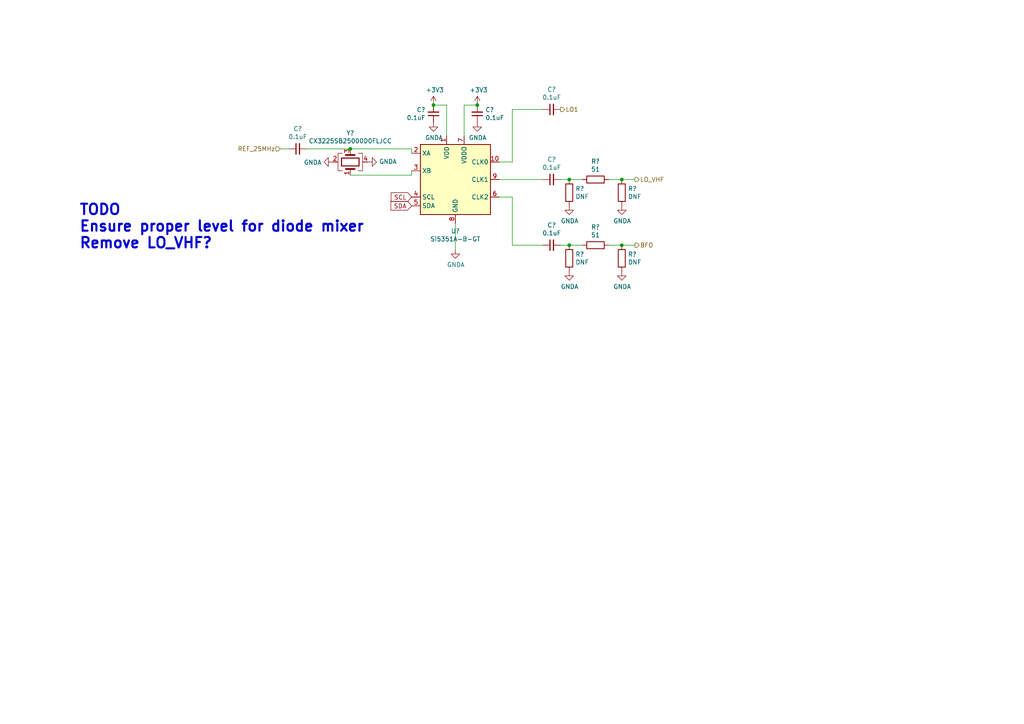
<source format=kicad_sch>
(kicad_sch (version 20211123) (generator eeschema)
  (paper "A4")
  (title_block (title "DART-70 TRX") (date "2023-01-08") (rev "0") (company "HB9EGM") (comment 1 "A 4m Band SSB/CW Transceiver"))
  (lib_symbols
    (symbol "Device:C_Small" (pin_numbers hide) (pin_names (offset 0.254) hide)
      (property "Reference" "C" (at 0.254 1.778 0))
      (property "Value" "C_Small" (at 0.254 -2.032 0))
      (symbol "C_Small_0_1"
        (polyline (pts (xy -1.524 -0.508) (xy 1.524 -0.508)) (stroke (width 0.3302)))
        (polyline (pts (xy -1.524 0.508) (xy 1.524 0.508)) (stroke (width 0.3048)))
      )
      (symbol "C_Small_1_1"
        (pin passive line (at 0 2.54 270) (length 2.032) (name "~") (number "1"))
        (pin passive line (at 0 -2.54 90) (length 2.032) (name "~") (number "2"))
      )
    )
    (symbol "Device:Crystal_GND24" (pin_names (offset 1.016) hide)
      (property "Reference" "Y" (at 3.175 5.08 0))
      (property "Value" "Crystal_GND24" (at 3.175 3.175 0))
      (symbol "Crystal_GND24_0_1"
        (rectangle (start -1.143 2.54) (end 1.143 -2.54) (stroke (width 0.3048)))
        (polyline (pts (xy -2.54 0) (xy -2.032 0)))
        (polyline (pts (xy -2.032 -1.27) (xy -2.032 1.27)) (stroke (width 0.508)))
        (polyline (pts (xy 0 -3.81) (xy 0 -3.556)))
        (polyline (pts (xy 0 3.556) (xy 0 3.81)))
        (polyline (pts (xy 2.032 -1.27) (xy 2.032 1.27)) (stroke (width 0.508)))
        (polyline (pts (xy 2.032 0) (xy 2.54 0)))
        (polyline (pts (xy -2.54 -2.286) (xy -2.54 -3.556) (xy 2.54 -3.556) (xy 2.54 -2.286)))
        (polyline (pts (xy -2.54 2.286) (xy -2.54 3.556) (xy 2.54 3.556) (xy 2.54 2.286)))
      )
      (symbol "Crystal_GND24_1_1"
        (pin passive line (at -3.81 0 0) (length 1.27) (name "1") (number "1"))
        (pin passive line (at 0 5.08 270) (length 1.27) (name "2") (number "2"))
        (pin passive line (at 3.81 0 180) (length 1.27) (name "3") (number "3"))
        (pin passive line (at 0 -5.08 90) (length 1.27) (name "4") (number "4"))
      )
    )
    (symbol "Device:R" (pin_numbers hide) (pin_names (offset 0))
      (property "Reference" "R" (at 2.032 0 90))
      (property "Value" "R" (at 0 0 90))
      (symbol "R_0_1"
        (rectangle (start -1.016 -2.54) (end 1.016 2.54) (stroke (width 0.254)))
      )
      (symbol "R_1_1"
        (pin passive line (at 0 3.81 270) (length 1.27) (name "~") (number "1"))
        (pin passive line (at 0 -3.81 90) (length 1.27) (name "~") (number "2"))
      )
    )
    (symbol "Oscillator:Si5351A-B-GT"
      (property "Reference" "U" (at -8.89 11.43 0))
      (property "Value" "Si5351A-B-GT" (at -12.7 -12.7 0))
      (symbol "Si5351A-B-GT_0_1"
        (rectangle (start -10.16 10.16) (end 10.16 -10.16) (stroke (width 0.254)) (fill (type background)))
      )
      (symbol "Si5351A-B-GT_1_1"
        (pin power_in line (at -2.54 12.7 270) (length 2.54) (name "VDD") (number "1"))
        (pin output line (at 12.7 5.08 180) (length 2.54) (name "CLK0") (number "10"))
        (pin input line (at -12.7 7.62 0) (length 2.54) (name "XA") (number "2"))
        (pin input line (at -12.7 2.54 0) (length 2.54) (name "XB") (number "3"))
        (pin input line (at -12.7 -5.08 0) (length 2.54) (name "SCL") (number "4"))
        (pin bidirectional line (at -12.7 -7.62 0) (length 2.54) (name "SDA") (number "5"))
        (pin output line (at 12.7 -5.08 180) (length 2.54) (name "CLK2") (number "6"))
        (pin power_in line (at 2.54 12.7 270) (length 2.54) (name "VDDO") (number "7"))
        (pin power_in line (at 0 -12.7 90) (length 2.54) (name "GND") (number "8"))
        (pin output line (at 12.7 0 180) (length 2.54) (name "CLK1") (number "9"))
      )
    )
    (symbol "power:+3.3V" (power) (pin_names (offset 0))
      (property "Value" "+3.3V" (at 0 3.556 0))
      (symbol "+3.3V_0_1"
        (polyline (pts (xy -0.762 1.27) (xy 0 2.54)))
        (polyline (pts (xy 0 0) (xy 0 2.54)))
        (polyline (pts (xy 0 2.54) (xy 0.762 1.27)))
      )
      (symbol "+3.3V_1_1"
        (pin power_in line (at 0 0 90) (length 0) hide (name "+3V3") (number "1"))
      )
    )
    (symbol "power:GNDA" (power) (pin_names (offset 0))
      (property "Value" "GNDA" (at 0 -3.81 0))
      (symbol "GNDA_0_1"
        (polyline (pts (xy 0 0) (xy 0 -1.27) (xy 1.27 -1.27) (xy 0 -2.54) (xy -1.27 -1.27) (xy 0 -1.27)))
      )
      (symbol "GNDA_1_1"
        (pin power_in line (at 0 0 270) (length 0) hide (name "GNDA") (number "1"))
      )
    )
  )
  (junction (at 138.43 30.48))
  (junction (at 101.6 43.18))
  (junction (at 165.1 71.12))
  (junction (at 180.34 52.07))
  (junction (at 180.34 71.12))
  (junction (at 125.73 30.48))
  (junction (at 165.1 52.07))
  (wire (pts (xy 148.59 46.99) (xy 144.78 46.99)))
  (wire (pts (xy 101.6 50.8) (xy 119.38 50.8)))
  (wire (pts (xy 83.82 43.18) (xy 81.28 43.18)))
  (wire (pts (xy 132.08 64.77) (xy 132.08 72.39)))
  (wire (pts (xy 148.59 57.15) (xy 144.78 57.15)))
  (wire (pts (xy 101.6 43.18) (xy 119.38 43.18)))
  (wire (pts (xy 168.91 52.07) (xy 165.1 52.07)))
  (wire (pts (xy 180.34 52.07) (xy 176.53 52.07)))
  (wire (pts (xy 119.38 50.8) (xy 119.38 49.53)))
  (wire (pts (xy 129.54 30.48) (xy 129.54 39.37)))
  (wire (pts (xy 180.34 71.12) (xy 176.53 71.12)))
  (wire (pts (xy 138.43 30.48) (xy 134.62 30.48)))
  (wire (pts (xy 184.15 71.12) (xy 180.34 71.12)))
  (wire (pts (xy 125.73 30.48) (xy 129.54 30.48)))
  (wire (pts (xy 184.15 52.07) (xy 180.34 52.07)))
  (wire (pts (xy 157.48 71.12) (xy 148.59 71.12)))
  (wire (pts (xy 148.59 71.12) (xy 148.59 57.15)))
  (wire (pts (xy 134.62 30.48) (xy 134.62 39.37)))
  (wire (pts (xy 168.91 71.12) (xy 165.1 71.12)))
  (wire (pts (xy 162.56 71.12) (xy 165.1 71.12)))
  (wire (pts (xy 165.1 52.07) (xy 162.56 52.07)))
  (wire (pts (xy 148.59 31.75) (xy 148.59 46.99)))
  (wire (pts (xy 144.78 52.07) (xy 157.48 52.07)))
  (wire (pts (xy 88.9 43.18) (xy 101.6 43.18)))
  (wire (pts (xy 157.48 31.75) (xy 148.59 31.75)))
  (wire (pts (xy 119.38 43.18) (xy 119.38 44.45)))
  (text "TODO\nEnsure proper level for diode mixer\nRemove LO_VHF?" (at 22.86 72.39 0) (effects (font (size 3 3) (thickness 0.6) bold) (justify left bottom)))
  (global_label "SDA" (shape input) (at 119.38 59.69 180) (property "Intersheet References" "${INTERSHEET_REFS}" (effects hide)))
  (global_label "SCL" (shape input) (at 119.38 57.15 180) (property "Intersheet References" "${INTERSHEET_REFS}" (effects hide)))
  (hierarchical_label "LO_VHF" (shape output) (at 184.15 52.07 0))
  (hierarchical_label "BFO" (shape output) (at 184.15 71.12 0))
  (hierarchical_label "REF_25MHz" (shape input) (at 81.28 43.18 180))
  (hierarchical_label "LO1" (shape output) (at 162.56 31.75 0))
  (symbol (lib_id "Oscillator:Si5351A-B-GT") (at 132.08 52.07 0) (unit 1)
    (property "Reference" "U?" (at 132.08 67.0306 0))
    (property "Value" "Si5351A-B-GT" (at 132.08 69.342 0))
    (property "Footprint" "Package_SO:MSOP-10_3x3mm_P0.5mm" (effects hide))
    (property "Datasheet" "https://www.silabs.com/documents/public/data-sheets/Si5351-B.pdf" (effects hide))
    (property "MPN" "Si5351A-B-GT" (effects hide))
    (property "Need_order" "1" (effects hide))
  )
  (symbol (lib_id "power:GNDA") (at 132.08 72.39 0) (unit 1)
    (property "Reference" "#PWR?" (effects hide))
    (property "Value" "GNDA" (at 132.207 76.7842 0))
  )
  (symbol (lib_id "power:+3.3V") (at 125.73 30.48 0) (unit 1)
    (property "Reference" "#PWR?" (effects hide))
    (property "Value" "+3.3V" (at 126.111 26.0858 0))
  )
  (symbol (lib_id "power:+3.3V") (at 138.43 30.48 0) (unit 1)
    (property "Reference" "#PWR?" (effects hide))
    (property "Value" "+3.3V" (at 138.811 26.0858 0))
  )
  (symbol (lib_id "Device:Crystal_GND24") (at 101.6 46.99 90) (unit 1)
    (property "Reference" "Y?" (at 101.6 38.5826 90))
    (property "Value" "CX3225SB25000D0FLJCC" (at 101.6 40.894 90))
    (property "Footprint" "picardy:CX3225SB" (effects hide))
    (property "MPN" "CX3225SB25000DFPLCC" (effects hide))
    (property "Need_order" "1" (effects hide))
  )
  (symbol (lib_id "power:GNDA") (at 106.68 46.99 90) (unit 1)
    (property "Reference" "#PWR?" (effects hide))
    (property "Value" "GNDA" (at 109.9312 46.863 90) (effects (justify right)))
  )
  (symbol (lib_id "power:GNDA") (at 96.52 46.99 270) (unit 1)
    (property "Reference" "#PWR?" (effects hide))
    (property "Value" "GNDA" (at 93.2942 47.117 90) (effects (justify right)))
  )
  (symbol (lib_id "Device:C_Small") (at 138.43 33.02 180) (unit 1)
    (property "Reference" "C?" (at 140.7668 31.8516 0) (effects (justify right)))
    (property "Value" "0.1uF" (at 140.7668 34.163 0) (effects (justify right)))
    (property "Footprint" "Capacitor_SMD:C_0603_1608Metric_Pad1.05x0.95mm_HandSolder" (effects hide))
    (property "MPN" "GRM188R71H104KA93D" (effects hide))
    (property "Need_order" "0" (effects hide))
  )
  (symbol (lib_id "Device:C_Small") (at 125.73 33.02 180) (unit 1)
    (property "Reference" "C?" (at 123.4186 31.8516 0) (effects (justify left)))
    (property "Value" "0.1uF" (at 123.4186 34.163 0) (effects (justify left)))
    (property "Footprint" "Capacitor_SMD:C_0603_1608Metric_Pad1.05x0.95mm_HandSolder" (effects hide))
    (property "MPN" "GRM188R71H104KA93D" (effects hide))
    (property "Need_order" "0" (effects hide))
  )
  (symbol (lib_id "power:GNDA") (at 138.43 35.56 0) (unit 1)
    (property "Reference" "#PWR?" (effects hide))
    (property "Value" "GNDA" (at 138.557 39.9542 0))
  )
  (symbol (lib_id "power:GNDA") (at 125.73 35.56 0) (unit 1)
    (property "Reference" "#PWR?" (effects hide))
    (property "Value" "GNDA" (at 125.857 39.9542 0))
  )
  (symbol (lib_id "Device:C_Small") (at 86.36 43.18 90) (unit 1)
    (property "Reference" "C?" (at 86.36 37.3634 90))
    (property "Value" "0.1uF" (at 86.36 39.6748 90))
    (property "Footprint" "Capacitor_SMD:C_0603_1608Metric_Pad1.05x0.95mm_HandSolder" (effects hide))
    (property "MPN" "GRM188R71H104KA93D" (effects hide))
    (property "Need_order" "0" (effects hide))
  )
  (symbol (lib_id "Device:R") (at 165.1 55.88 0) (unit 1)
    (property "Reference" "R?" (at 166.878 54.7116 0) (effects (justify left)))
    (property "Value" "DNF" (at 166.878 57.023 0) (effects (justify left)))
    (property "Footprint" "Resistor_SMD:R_0603_1608Metric_Pad1.05x0.95mm_HandSolder" (effects hide))
    (property "Need_order" "0" (effects hide))
  )
  (symbol (lib_id "Device:R") (at 172.72 52.07 90) (unit 1)
    (property "Reference" "R?" (at 172.72 46.8122 90))
    (property "Value" "51" (at 172.72 49.1236 90))
    (property "Footprint" "Resistor_SMD:R_0603_1608Metric_Pad1.05x0.95mm_HandSolder" (effects hide))
    (property "Need_order" "0" (effects hide))
  )
  (symbol (lib_id "Device:R") (at 180.34 55.88 0) (unit 1)
    (property "Reference" "R?" (at 182.118 54.7116 0) (effects (justify left)))
    (property "Value" "DNF" (at 182.118 57.023 0) (effects (justify left)))
    (property "Footprint" "Resistor_SMD:R_0603_1608Metric_Pad1.05x0.95mm_HandSolder" (effects hide))
    (property "Need_order" "0" (effects hide))
  )
  (symbol (lib_id "power:GNDA") (at 180.34 59.69 0) (unit 1)
    (property "Reference" "#PWR?" (effects hide))
    (property "Value" "GNDA" (at 180.467 64.0842 0))
  )
  (symbol (lib_id "power:GNDA") (at 165.1 59.69 0) (unit 1)
    (property "Reference" "#PWR?" (effects hide))
    (property "Value" "GNDA" (at 165.227 64.0842 0))
  )
  (symbol (lib_id "Device:R") (at 165.1 74.93 0) (unit 1)
    (property "Reference" "R?" (at 166.878 73.7616 0) (effects (justify left)))
    (property "Value" "DNF" (at 166.878 76.073 0) (effects (justify left)))
    (property "Footprint" "Resistor_SMD:R_0603_1608Metric_Pad1.05x0.95mm_HandSolder" (effects hide))
    (property "Need_order" "0" (effects hide))
  )
  (symbol (lib_id "Device:R") (at 172.72 71.12 90) (unit 1)
    (property "Reference" "R?" (at 172.72 65.8622 90))
    (property "Value" "51" (at 172.72 68.1736 90))
    (property "Footprint" "Resistor_SMD:R_0603_1608Metric_Pad1.05x0.95mm_HandSolder" (effects hide))
    (property "Need_order" "0" (effects hide))
  )
  (symbol (lib_id "Device:R") (at 180.34 74.93 0) (unit 1)
    (property "Reference" "R?" (at 182.118 73.7616 0) (effects (justify left)))
    (property "Value" "DNF" (at 182.118 76.073 0) (effects (justify left)))
    (property "Footprint" "Resistor_SMD:R_0603_1608Metric_Pad1.05x0.95mm_HandSolder" (effects hide))
    (property "Need_order" "0" (effects hide))
  )
  (symbol (lib_id "power:GNDA") (at 180.34 78.74 0) (unit 1)
    (property "Reference" "#PWR?" (effects hide))
    (property "Value" "GNDA" (at 180.467 83.1342 0))
  )
  (symbol (lib_id "power:GNDA") (at 165.1 78.74 0) (unit 1)
    (property "Reference" "#PWR?" (effects hide))
    (property "Value" "GNDA" (at 165.227 83.1342 0))
  )
  (symbol (lib_id "Device:C_Small") (at 160.02 31.75 90) (unit 1)
    (property "Reference" "C?" (at 160.02 25.9334 90))
    (property "Value" "0.1uF" (at 160.02 28.2448 90))
    (property "Footprint" "Capacitor_SMD:C_0603_1608Metric_Pad1.05x0.95mm_HandSolder" (effects hide))
    (property "MPN" "GRM188R71H104KA93D" (effects hide))
    (property "Need_order" "0" (effects hide))
  )
  (symbol (lib_id "Device:C_Small") (at 160.02 52.07 90) (unit 1)
    (property "Reference" "C?" (at 160.02 46.2534 90))
    (property "Value" "0.1uF" (at 160.02 48.5648 90))
    (property "Footprint" "Capacitor_SMD:C_0603_1608Metric_Pad1.05x0.95mm_HandSolder" (effects hide))
    (property "MPN" "GRM188R71H104KA93D" (effects hide))
    (property "Need_order" "0" (effects hide))
  )
  (symbol (lib_id "Device:C_Small") (at 160.02 71.12 90) (unit 1)
    (property "Reference" "C?" (at 160.02 65.3034 90))
    (property "Value" "0.1uF" (at 160.02 67.6148 90))
    (property "Footprint" "Capacitor_SMD:C_0603_1608Metric_Pad1.05x0.95mm_HandSolder" (effects hide))
    (property "MPN" "GRM188R71H104KA93D" (effects hide))
    (property "Need_order" "0" (effects hide))
  )
)
</source>
